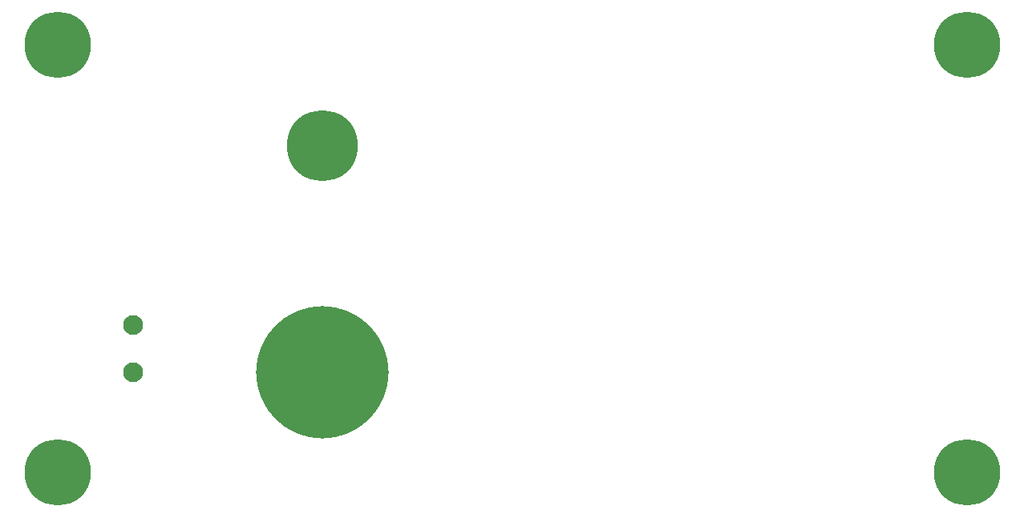
<source format=gbs>
%TF.GenerationSoftware,KiCad,Pcbnew,(6.0.11)*%
%TF.CreationDate,2023-07-06T01:04:48-04:00*%
%TF.ProjectId,RP_CHG_r01,52505f43-4847-45f7-9230-312e6b696361,rev?*%
%TF.SameCoordinates,Original*%
%TF.FileFunction,Soldermask,Bot*%
%TF.FilePolarity,Negative*%
%FSLAX46Y46*%
G04 Gerber Fmt 4.6, Leading zero omitted, Abs format (unit mm)*
G04 Created by KiCad (PCBNEW (6.0.11)) date 2023-07-06 01:04:48*
%MOMM*%
%LPD*%
G01*
G04 APERTURE LIST*
%ADD10C,14.000000*%
%ADD11C,7.500000*%
%ADD12C,2.100000*%
%ADD13C,7.000000*%
G04 APERTURE END LIST*
D10*
%TO.C,J1*%
X60070000Y-76975000D03*
%TD*%
D11*
%TO.C,H5*%
X60070000Y-52975000D03*
%TD*%
D12*
%TO.C,D2*%
X40070000Y-76975000D03*
%TD*%
%TO.C,D1*%
X40070000Y-71975000D03*
%TD*%
D13*
%TO.C,H4*%
X128070000Y-42375000D03*
%TD*%
%TO.C,H1*%
X32070000Y-42375000D03*
%TD*%
%TO.C,H3*%
X128070000Y-87575000D03*
%TD*%
%TO.C,H2*%
X32070000Y-87575000D03*
%TD*%
M02*

</source>
